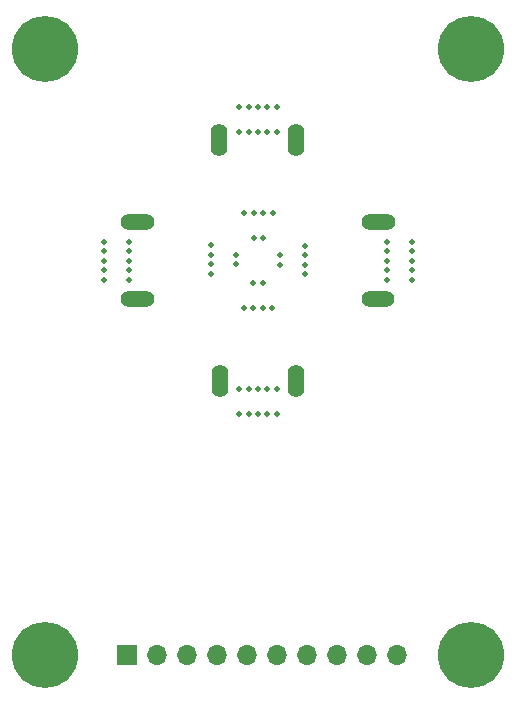
<source format=gbr>
%TF.GenerationSoftware,KiCad,Pcbnew,7.0.7*%
%TF.CreationDate,2023-10-25T15:55:26-07:00*%
%TF.ProjectId,sfh2430_breakout,73666832-3433-4305-9f62-7265616b6f75,rev?*%
%TF.SameCoordinates,Original*%
%TF.FileFunction,Soldermask,Bot*%
%TF.FilePolarity,Negative*%
%FSLAX46Y46*%
G04 Gerber Fmt 4.6, Leading zero omitted, Abs format (unit mm)*
G04 Created by KiCad (PCBNEW 7.0.7) date 2023-10-25 15:55:26*
%MOMM*%
%LPD*%
G01*
G04 APERTURE LIST*
%ADD10C,0.500000*%
%ADD11C,1.400000*%
%ADD12R,1.400000X1.400000*%
%ADD13C,5.600000*%
%ADD14R,1.700000X1.700000*%
%ADD15O,1.700000X1.700000*%
G04 APERTURE END LIST*
D10*
%TO.C,REF\u002A\u002A*%
X74400000Y-79600000D03*
%TD*%
D11*
%TO.C,J9*%
X61900000Y-65450000D03*
D12*
X62600000Y-65450000D03*
D11*
X63300000Y-65450000D03*
%TD*%
D13*
%TO.C,H3*%
X90800000Y-50800000D03*
%TD*%
D10*
%TO.C,REF\u002A\u002A*%
X71200000Y-79600000D03*
%TD*%
D11*
%TO.C,J10*%
X69500000Y-59200000D03*
D12*
X69500000Y-58500000D03*
D11*
X69500000Y-57800000D03*
%TD*%
%TO.C,J7*%
X69550000Y-79600000D03*
D12*
X69550000Y-78900000D03*
D11*
X69550000Y-78200000D03*
%TD*%
D10*
%TO.C,REF\u002A\u002A*%
X70900000Y-68200000D03*
%TD*%
%TO.C,REF\u002A\u002A*%
X72800000Y-55700000D03*
%TD*%
%TO.C,REF\u002A\u002A*%
X72800000Y-79600000D03*
%TD*%
%TO.C,REF\u002A\u002A*%
X74400000Y-57800000D03*
%TD*%
D11*
%TO.C,J8*%
X61900000Y-71950000D03*
D12*
X62600000Y-71950000D03*
D11*
X63300000Y-71950000D03*
%TD*%
D10*
%TO.C,REF\u002A\u002A*%
X74700000Y-68250000D03*
%TD*%
%TO.C,REF\u002A\u002A*%
X85800000Y-67900000D03*
%TD*%
%TO.C,REF\u002A\u002A*%
X71200000Y-57800000D03*
%TD*%
%TO.C,REF\u002A\u002A*%
X74400000Y-81700000D03*
%TD*%
%TO.C,REF\u002A\u002A*%
X72000000Y-55700000D03*
%TD*%
%TO.C,REF\u002A\u002A*%
X73250000Y-66750000D03*
%TD*%
%TO.C,REF\u002A\u002A*%
X74050000Y-64650000D03*
%TD*%
%TO.C,REF\u002A\u002A*%
X72400000Y-70600000D03*
%TD*%
%TO.C,REF\u002A\u002A*%
X74000000Y-72700000D03*
%TD*%
%TO.C,REF\u002A\u002A*%
X83700000Y-67900000D03*
%TD*%
%TO.C,REF\u002A\u002A*%
X74700000Y-69050000D03*
%TD*%
%TO.C,REF\u002A\u002A*%
X61900000Y-69500000D03*
%TD*%
%TO.C,REF\u002A\u002A*%
X85800000Y-69500000D03*
%TD*%
%TO.C,REF\u002A\u002A*%
X73600000Y-55700000D03*
%TD*%
%TO.C,REF\u002A\u002A*%
X76800000Y-69050000D03*
%TD*%
%TO.C,REF\u002A\u002A*%
X85800000Y-67100000D03*
%TD*%
%TO.C,REF\u002A\u002A*%
X72800000Y-57800000D03*
%TD*%
%TO.C,REF\u002A\u002A*%
X73600000Y-81700000D03*
%TD*%
D11*
%TO.C,J6*%
X76050000Y-79600000D03*
D12*
X76050000Y-78900000D03*
D11*
X76050000Y-78200000D03*
%TD*%
D10*
%TO.C,REF\u002A\u002A*%
X61900000Y-67100000D03*
%TD*%
%TO.C,REF\u002A\u002A*%
X59800000Y-69500000D03*
%TD*%
%TO.C,REF\u002A\u002A*%
X72000000Y-79600000D03*
%TD*%
D13*
%TO.C,H2*%
X54800000Y-102100000D03*
%TD*%
D10*
%TO.C,REF\u002A\u002A*%
X73250000Y-64650000D03*
%TD*%
%TO.C,REF\u002A\u002A*%
X71200000Y-55700000D03*
%TD*%
%TO.C,REF\u002A\u002A*%
X76800000Y-69850000D03*
%TD*%
%TO.C,REF\u002A\u002A*%
X61900000Y-70300000D03*
%TD*%
%TO.C,REF\u002A\u002A*%
X72000000Y-81700000D03*
%TD*%
%TO.C,REF\u002A\u002A*%
X73600000Y-57800000D03*
%TD*%
%TO.C,REF\u002A\u002A*%
X59800000Y-67100000D03*
%TD*%
%TO.C,REF\u002A\u002A*%
X71650000Y-64650000D03*
%TD*%
%TO.C,REF\u002A\u002A*%
X72450000Y-66750000D03*
%TD*%
%TO.C,REF\u002A\u002A*%
X59800000Y-70300000D03*
%TD*%
%TO.C,REF\u002A\u002A*%
X76800000Y-68250000D03*
%TD*%
%TO.C,REF\u002A\u002A*%
X72400000Y-72700000D03*
%TD*%
%TO.C,REF\u002A\u002A*%
X85800000Y-70300000D03*
%TD*%
%TO.C,REF\u002A\u002A*%
X83700000Y-69500000D03*
%TD*%
%TO.C,REF\u002A\u002A*%
X76800000Y-67450000D03*
%TD*%
%TO.C,REF\u002A\u002A*%
X70900000Y-69000000D03*
%TD*%
%TO.C,REF\u002A\u002A*%
X61900000Y-68700000D03*
%TD*%
%TO.C,REF\u002A\u002A*%
X72450000Y-64650000D03*
%TD*%
%TO.C,REF\u002A\u002A*%
X74400000Y-55700000D03*
%TD*%
D14*
%TO.C,J5*%
X61675000Y-102100000D03*
D15*
X64215000Y-102100000D03*
X66755000Y-102100000D03*
X69295000Y-102100000D03*
X71835000Y-102100000D03*
X74375000Y-102100000D03*
X76915000Y-102100000D03*
X79455000Y-102100000D03*
X81995000Y-102100000D03*
X84535000Y-102100000D03*
%TD*%
D10*
%TO.C,REF\u002A\u002A*%
X73200000Y-72700000D03*
%TD*%
%TO.C,REF\u002A\u002A*%
X59800000Y-68700000D03*
%TD*%
%TO.C,REF\u002A\u002A*%
X59800000Y-67900000D03*
%TD*%
D13*
%TO.C,H1*%
X54800000Y-50800000D03*
%TD*%
D10*
%TO.C,REF\u002A\u002A*%
X83700000Y-68700000D03*
%TD*%
%TO.C,REF\u002A\u002A*%
X68800000Y-67400000D03*
%TD*%
D11*
%TO.C,J13*%
X82250000Y-71950000D03*
D12*
X82950000Y-71950000D03*
D11*
X83650000Y-71950000D03*
%TD*%
D13*
%TO.C,H4*%
X90800000Y-102100000D03*
%TD*%
D10*
%TO.C,REF\u002A\u002A*%
X68800000Y-69000000D03*
%TD*%
%TO.C,REF\u002A\u002A*%
X72800000Y-81700000D03*
%TD*%
%TO.C,REF\u002A\u002A*%
X73600000Y-79600000D03*
%TD*%
%TO.C,REF\u002A\u002A*%
X68800000Y-68200000D03*
%TD*%
D11*
%TO.C,J11*%
X76000000Y-59200000D03*
D12*
X76000000Y-58500000D03*
D11*
X76000000Y-57800000D03*
%TD*%
D10*
%TO.C,REF\u002A\u002A*%
X72000000Y-57800000D03*
%TD*%
D11*
%TO.C,J12*%
X82300000Y-65450000D03*
D12*
X83000000Y-65450000D03*
D11*
X83700000Y-65450000D03*
%TD*%
D10*
%TO.C,REF\u002A\u002A*%
X85800000Y-68700000D03*
%TD*%
%TO.C,REF\u002A\u002A*%
X61900000Y-67900000D03*
%TD*%
%TO.C,REF\u002A\u002A*%
X83700000Y-67100000D03*
%TD*%
%TO.C,REF\u002A\u002A*%
X73200000Y-70600000D03*
%TD*%
%TO.C,REF\u002A\u002A*%
X71200000Y-81700000D03*
%TD*%
%TO.C,REF\u002A\u002A*%
X71600000Y-72700000D03*
%TD*%
%TO.C,REF\u002A\u002A*%
X83700000Y-70300000D03*
%TD*%
%TO.C,REF\u002A\u002A*%
X68800000Y-69800000D03*
%TD*%
M02*

</source>
